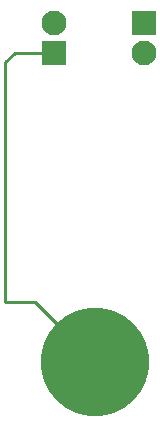
<source format=gbr>
%TF.GenerationSoftware,KiCad,Pcbnew,7.0.5*%
%TF.CreationDate,2024-06-27T07:22:37-04:00*%
%TF.ProjectId,ScrewSwitch,53637265-7753-4776-9974-63682e6b6963,rev?*%
%TF.SameCoordinates,Original*%
%TF.FileFunction,Copper,L2,Bot*%
%TF.FilePolarity,Positive*%
%FSLAX46Y46*%
G04 Gerber Fmt 4.6, Leading zero omitted, Abs format (unit mm)*
G04 Created by KiCad (PCBNEW 7.0.5) date 2024-06-27 07:22:37*
%MOMM*%
%LPD*%
G01*
G04 APERTURE LIST*
%TA.AperFunction,ComponentPad*%
%ADD10R,2.100000X2.100000*%
%TD*%
%TA.AperFunction,ComponentPad*%
%ADD11C,2.100000*%
%TD*%
%TA.AperFunction,ComponentPad*%
%ADD12C,5.700000*%
%TD*%
%TA.AperFunction,ConnectorPad*%
%ADD13C,9.200000*%
%TD*%
%TA.AperFunction,Conductor*%
%ADD14C,0.250000*%
%TD*%
G04 APERTURE END LIST*
D10*
%TO.P,J2,1,Pin_1*%
%TO.N,Net-(BT1--)*%
X136187503Y-90595716D03*
D11*
%TO.P,J2,2,Pin_2*%
%TO.N,Net-(BT1-+)*%
X136187503Y-88055716D03*
%TD*%
D10*
%TO.P,J1,1,Pin_1*%
%TO.N,Net-(BT1-+)*%
X143807503Y-88055716D03*
D11*
%TO.P,J1,2,Pin_2*%
%TO.N,Net-(J1-Pin_2)*%
X143807503Y-90595716D03*
%TD*%
D12*
%TO.P,SW1,1*%
%TO.N,Net-(BT1--)*%
X139700000Y-116840000D03*
D13*
X139700000Y-116840000D03*
%TD*%
D14*
%TO.N,Net-(BT1--)*%
X132924284Y-90595716D02*
X136187503Y-90595716D01*
X132080000Y-111760000D02*
X132080000Y-91440000D01*
X134620000Y-111760000D02*
X132080000Y-111760000D01*
X132080000Y-91440000D02*
X132924284Y-90595716D01*
X139700000Y-116840000D02*
X134620000Y-111760000D01*
%TD*%
M02*

</source>
